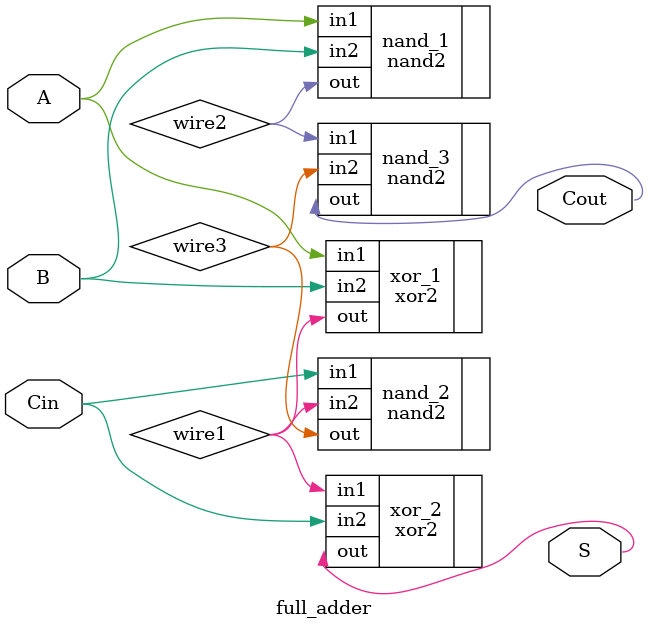
<source format=v>
module full_adder(A, B, Cin, S, Cout);

input A, B, Cin;
output S, Cout;

wire wire1, wire2, wire3, wire4;

xor2 xor_1(.in1(A), .in2(B), .out(wire1));
xor2 xor_2(.in1(wire1), .in2(Cin), .out(S));

nand2 nand_1(.in1(A), .in2(B), .out(wire2));
nand2 nand_2(.in1(Cin), .in2(wire1), .out(wire3));
nand2 nand_3(.in1(wire2), .in2(wire3), .out(Cout));

endmodule


</source>
